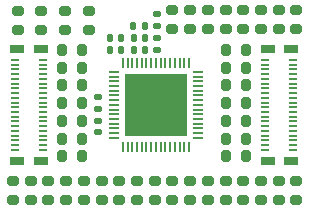
<source format=gbr>
%TF.GenerationSoftware,KiCad,Pcbnew,9.0.1-9.0.1-0~ubuntu24.04.1*%
%TF.CreationDate,2025-05-10T10:43:36+02:00*%
%TF.ProjectId,ILM139C,494c4d31-3339-4432-9e6b-696361645f70,V0.1.0*%
%TF.SameCoordinates,Original*%
%TF.FileFunction,Soldermask,Top*%
%TF.FilePolarity,Negative*%
%FSLAX46Y46*%
G04 Gerber Fmt 4.6, Leading zero omitted, Abs format (unit mm)*
G04 Created by KiCad (PCBNEW 9.0.1-9.0.1-0~ubuntu24.04.1) date 2025-05-10 10:43:36*
%MOMM*%
%LPD*%
G01*
G04 APERTURE LIST*
G04 Aperture macros list*
%AMRoundRect*
0 Rectangle with rounded corners*
0 $1 Rounding radius*
0 $2 $3 $4 $5 $6 $7 $8 $9 X,Y pos of 4 corners*
0 Add a 4 corners polygon primitive as box body*
4,1,4,$2,$3,$4,$5,$6,$7,$8,$9,$2,$3,0*
0 Add four circle primitives for the rounded corners*
1,1,$1+$1,$2,$3*
1,1,$1+$1,$4,$5*
1,1,$1+$1,$6,$7*
1,1,$1+$1,$8,$9*
0 Add four rect primitives between the rounded corners*
20,1,$1+$1,$2,$3,$4,$5,0*
20,1,$1+$1,$4,$5,$6,$7,0*
20,1,$1+$1,$6,$7,$8,$9,0*
20,1,$1+$1,$8,$9,$2,$3,0*%
G04 Aperture macros list end*
%ADD10RoundRect,0.200000X0.275000X-0.200000X0.275000X0.200000X-0.275000X0.200000X-0.275000X-0.200000X0*%
%ADD11R,0.800000X0.200000*%
%ADD12R,1.200000X0.700000*%
%ADD13RoundRect,0.135000X-0.185000X0.135000X-0.185000X-0.135000X0.185000X-0.135000X0.185000X0.135000X0*%
%ADD14RoundRect,0.200000X-0.200000X-0.275000X0.200000X-0.275000X0.200000X0.275000X-0.200000X0.275000X0*%
%ADD15RoundRect,0.200000X0.200000X0.275000X-0.200000X0.275000X-0.200000X-0.275000X0.200000X-0.275000X0*%
%ADD16RoundRect,0.200000X-0.275000X0.200000X-0.275000X-0.200000X0.275000X-0.200000X0.275000X0.200000X0*%
%ADD17RoundRect,0.140000X-0.170000X0.140000X-0.170000X-0.140000X0.170000X-0.140000X0.170000X0.140000X0*%
%ADD18RoundRect,0.140000X0.140000X0.170000X-0.140000X0.170000X-0.140000X-0.170000X0.140000X-0.170000X0*%
%ADD19R,0.200000X0.950000*%
%ADD20R,0.950000X0.200000*%
%ADD21R,5.300000X5.300000*%
%ADD22RoundRect,0.140000X-0.140000X-0.170000X0.140000X-0.170000X0.140000X0.170000X-0.140000X0.170000X0*%
%ADD23RoundRect,0.135000X0.135000X0.185000X-0.135000X0.185000X-0.135000X-0.185000X0.135000X-0.185000X0*%
%ADD24RoundRect,0.140000X0.170000X-0.140000X0.170000X0.140000X-0.170000X0.140000X-0.170000X-0.140000X0*%
G04 APERTURE END LIST*
D10*
%TO.C,R28*%
X109000000Y-54433501D03*
X109000000Y-52783501D03*
%TD*%
D11*
%TO.C,CN6*%
X91150000Y-57056501D03*
X93550000Y-57056501D03*
X91150000Y-57456501D03*
X93550000Y-57456501D03*
X91150000Y-57856501D03*
X93550000Y-57856501D03*
X91150000Y-58256501D03*
X93550000Y-58256501D03*
X91150000Y-58656501D03*
X93550000Y-58656501D03*
X91150000Y-59056501D03*
X93550000Y-59056501D03*
X91150000Y-59456501D03*
X93550000Y-59456501D03*
X91150000Y-59856501D03*
X93550000Y-59856501D03*
X91150000Y-60256501D03*
X93550000Y-60256501D03*
X91150000Y-60656501D03*
X93550000Y-60656501D03*
X91150000Y-61056501D03*
X93550000Y-61056501D03*
X91150000Y-61456501D03*
X93550000Y-61456501D03*
X91150000Y-61856501D03*
X93550000Y-61856501D03*
X91150000Y-62256501D03*
X93550000Y-62256501D03*
X91150000Y-62656501D03*
X93550000Y-62656501D03*
X91150000Y-63056501D03*
X93550000Y-63056501D03*
X91150000Y-63456501D03*
X93550000Y-63456501D03*
X91150000Y-63856501D03*
X93550000Y-63856501D03*
X91150000Y-64256501D03*
X93550000Y-64256501D03*
X91150000Y-64656501D03*
X93550000Y-64656501D03*
D12*
X91350000Y-65606501D03*
X93350000Y-65606501D03*
X91350000Y-56106501D03*
X93350000Y-56106501D03*
%TD*%
D13*
%TO.C,R40*%
X103200000Y-53198501D03*
X103200000Y-54218501D03*
%TD*%
D14*
%TO.C,R21*%
X109075000Y-65208501D03*
X110725000Y-65208501D03*
%TD*%
D15*
%TO.C,R6*%
X96825000Y-60708501D03*
X95175000Y-60708501D03*
%TD*%
D14*
%TO.C,R34*%
X109075000Y-57708501D03*
X110725000Y-57708501D03*
%TD*%
D16*
%TO.C,R17*%
X95500000Y-67283501D03*
X95500000Y-68933501D03*
%TD*%
%TO.C,R27*%
X107500000Y-67283501D03*
X107500000Y-68933501D03*
%TD*%
D14*
%TO.C,R20*%
X109075000Y-63708501D03*
X110725000Y-63708501D03*
%TD*%
D16*
%TO.C,R25*%
X110500000Y-67283501D03*
X110500000Y-68933501D03*
%TD*%
D14*
%TO.C,R33*%
X109075000Y-56208501D03*
X110725000Y-56208501D03*
%TD*%
D10*
%TO.C,R42*%
X91400000Y-54533501D03*
X91400000Y-52883501D03*
%TD*%
D16*
%TO.C,R18*%
X94000000Y-67283501D03*
X94000000Y-68933501D03*
%TD*%
D17*
%TO.C,C6*%
X98200000Y-62228501D03*
X98200000Y-63188501D03*
%TD*%
D16*
%TO.C,R13*%
X101500000Y-67283501D03*
X101500000Y-68933501D03*
%TD*%
D10*
%TO.C,R43*%
X93400000Y-54533501D03*
X93400000Y-52883501D03*
%TD*%
%TO.C,R37*%
X104500000Y-54433501D03*
X104500000Y-52783501D03*
%TD*%
D18*
%TO.C,C3*%
X100180000Y-56208501D03*
X99220000Y-56208501D03*
%TD*%
D15*
%TO.C,R4*%
X96825000Y-63708501D03*
X95175000Y-63708501D03*
%TD*%
D10*
%TO.C,R38*%
X106000000Y-54433501D03*
X106000000Y-52783501D03*
%TD*%
D16*
%TO.C,R24*%
X112000000Y-67283501D03*
X112000000Y-68933501D03*
%TD*%
D15*
%TO.C,R1*%
X96825000Y-56208501D03*
X95175000Y-56208501D03*
%TD*%
%TO.C,R9*%
X96825000Y-65208501D03*
X95175000Y-65208501D03*
%TD*%
D16*
%TO.C,R22*%
X115000000Y-67283501D03*
X115000000Y-68933501D03*
%TD*%
D10*
%TO.C,R30*%
X112000000Y-54433501D03*
X112000000Y-52783501D03*
%TD*%
D15*
%TO.C,R2*%
X96825000Y-57708501D03*
X95175000Y-57708501D03*
%TD*%
D16*
%TO.C,R7*%
X92500000Y-67283501D03*
X92500000Y-68933501D03*
%TD*%
D19*
%TO.C,U1*%
X105900000Y-57276501D03*
X105500000Y-57276501D03*
X105100000Y-57276501D03*
X104700000Y-57276501D03*
X104300000Y-57276501D03*
X103900000Y-57276501D03*
X103500000Y-57276501D03*
X103100000Y-57276501D03*
X102700000Y-57276501D03*
X102300000Y-57276501D03*
X101900000Y-57276501D03*
X101500000Y-57276501D03*
X101100000Y-57276501D03*
X100700000Y-57276501D03*
X100300000Y-57276501D03*
D20*
X99530000Y-58056501D03*
X99530000Y-58456501D03*
X99530000Y-58856501D03*
X99530000Y-59256501D03*
X99530000Y-59656501D03*
X99530000Y-60056501D03*
X99530000Y-60456501D03*
X99530000Y-60856501D03*
X99530000Y-61256501D03*
X99530000Y-61656501D03*
X99530000Y-62056501D03*
X99530000Y-62456501D03*
X99530000Y-62856501D03*
X99530000Y-63256501D03*
X99530000Y-63656501D03*
D19*
X100300000Y-64436501D03*
X100700000Y-64436501D03*
X101100000Y-64436501D03*
X101500000Y-64436501D03*
X101900000Y-64436501D03*
X102300000Y-64436501D03*
X102700000Y-64436501D03*
X103100000Y-64436501D03*
X103500000Y-64436501D03*
X103900000Y-64436501D03*
X104300000Y-64436501D03*
X104700000Y-64436501D03*
X105100000Y-64436501D03*
X105500000Y-64436501D03*
X105900000Y-64436501D03*
D20*
X106670000Y-63656501D03*
X106670000Y-63256501D03*
X106670000Y-62856501D03*
X106670000Y-62456501D03*
X106670000Y-62056501D03*
X106670000Y-61656501D03*
X106670000Y-61256501D03*
X106670000Y-60856501D03*
X106670000Y-60456501D03*
X106670000Y-60056501D03*
X106670000Y-59656501D03*
X106670000Y-59256501D03*
X106670000Y-58856501D03*
X106670000Y-58456501D03*
X106670000Y-58056501D03*
D21*
X103100000Y-60856501D03*
%TD*%
D14*
%TO.C,R35*%
X109075000Y-59208501D03*
X110725000Y-59208501D03*
%TD*%
D11*
%TO.C,CN5*%
X112350000Y-57056501D03*
X114750000Y-57056501D03*
X112350000Y-57456501D03*
X114750000Y-57456501D03*
X112350000Y-57856501D03*
X114750000Y-57856501D03*
X112350000Y-58256501D03*
X114750000Y-58256501D03*
X112350000Y-58656501D03*
X114750000Y-58656501D03*
X112350000Y-59056501D03*
X114750000Y-59056501D03*
X112350000Y-59456501D03*
X114750000Y-59456501D03*
X112350000Y-59856501D03*
X114750000Y-59856501D03*
X112350000Y-60256501D03*
X114750000Y-60256501D03*
X112350000Y-60656501D03*
X114750000Y-60656501D03*
X112350000Y-61056501D03*
X114750000Y-61056501D03*
X112350000Y-61456501D03*
X114750000Y-61456501D03*
X112350000Y-61856501D03*
X114750000Y-61856501D03*
X112350000Y-62256501D03*
X114750000Y-62256501D03*
X112350000Y-62656501D03*
X114750000Y-62656501D03*
X112350000Y-63056501D03*
X114750000Y-63056501D03*
X112350000Y-63456501D03*
X114750000Y-63456501D03*
X112350000Y-63856501D03*
X114750000Y-63856501D03*
X112350000Y-64256501D03*
X114750000Y-64256501D03*
X112350000Y-64656501D03*
X114750000Y-64656501D03*
D12*
X112550000Y-65606501D03*
X114550000Y-65606501D03*
X112550000Y-56106501D03*
X114550000Y-56106501D03*
%TD*%
D22*
%TO.C,C2*%
X101220000Y-56208501D03*
X102180000Y-56208501D03*
%TD*%
D16*
%TO.C,R14*%
X100000000Y-67283501D03*
X100000000Y-68933501D03*
%TD*%
D22*
%TO.C,C1*%
X101220000Y-55208501D03*
X102180000Y-55208501D03*
%TD*%
D14*
%TO.C,R19*%
X109075000Y-62208501D03*
X110725000Y-62208501D03*
%TD*%
D15*
%TO.C,R5*%
X96825000Y-62208501D03*
X95175000Y-62208501D03*
%TD*%
%TO.C,R3*%
X96825000Y-59208501D03*
X95175000Y-59208501D03*
%TD*%
D10*
%TO.C,R29*%
X110500000Y-54433501D03*
X110500000Y-52783501D03*
%TD*%
D23*
%TO.C,R41*%
X102210000Y-54208501D03*
X101190000Y-54208501D03*
%TD*%
D16*
%TO.C,R23*%
X113500000Y-67283501D03*
X113500000Y-68933501D03*
%TD*%
%TO.C,R10*%
X106000000Y-67283501D03*
X106000000Y-68933501D03*
%TD*%
%TO.C,R11*%
X104500000Y-67283501D03*
X104500000Y-68933501D03*
%TD*%
%TO.C,R12*%
X103000000Y-67283501D03*
X103000000Y-68933501D03*
%TD*%
D24*
%TO.C,C7*%
X103200000Y-56188501D03*
X103200000Y-55228501D03*
%TD*%
D10*
%TO.C,R39*%
X107500000Y-54433501D03*
X107500000Y-52783501D03*
%TD*%
D24*
%TO.C,C5*%
X98200000Y-61188501D03*
X98200000Y-60228501D03*
%TD*%
D10*
%TO.C,R44*%
X95400000Y-54533501D03*
X95400000Y-52883501D03*
%TD*%
D18*
%TO.C,C4*%
X100180000Y-55208501D03*
X99220000Y-55208501D03*
%TD*%
D16*
%TO.C,R16*%
X97000000Y-67283501D03*
X97000000Y-68933501D03*
%TD*%
D14*
%TO.C,R36*%
X109075000Y-60708501D03*
X110725000Y-60708501D03*
%TD*%
D10*
%TO.C,R32*%
X115000000Y-54433501D03*
X115000000Y-52783501D03*
%TD*%
D16*
%TO.C,R26*%
X109000000Y-67283501D03*
X109000000Y-68933501D03*
%TD*%
D10*
%TO.C,R31*%
X113500000Y-54433501D03*
X113500000Y-52783501D03*
%TD*%
D16*
%TO.C,R15*%
X98500000Y-67283501D03*
X98500000Y-68933501D03*
%TD*%
%TO.C,R8*%
X91000000Y-67283501D03*
X91000000Y-68933501D03*
%TD*%
D10*
%TO.C,R45*%
X97400000Y-54533501D03*
X97400000Y-52883501D03*
%TD*%
M02*

</source>
